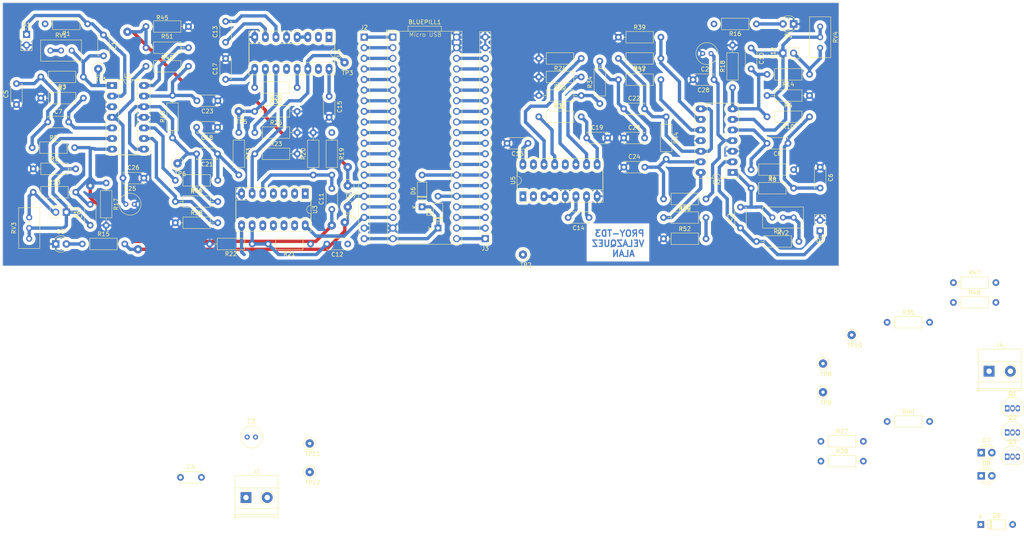
<source format=kicad_pcb>
(kicad_pcb (version 20221018) (generator pcbnew)
  (layers (0 "F.Cu" signal) (31 "B.Cu" signal) (34 "B.Paste" user) (35 "F.Paste" user) (36 "B.SilkS" user "B.Silkscreen") (37 "F.SilkS" user "F.Silkscreen") (38 "B.Mask" user) (39 "F.Mask" user) (44 "Edge.Cuts" user))
  (net 0 "")
  (net 1 "VBAT")
  (net 2 "PC13")
  (net 3 "PC14")
  (net 4 "PC15")
  (net 5 "NRST")
  (net 6 "ADC0")
  (net 7 "Gain control 2")
  (net 8 "ADC2")
  (net 9 "STM32 Input (RX2)")
  (net 10 "STM32 Output (TX1)")
  (net 11 "PA5")
  (net 12 "Motor control")
  (net 13 "PA7")
  (net 14 "PB0")
  (net 15 "PB1")
  (net 16 "PB10")
  (net 17 "PB11")
  (net 18 "PB12")
  (net 19 "PB13")
  (net 20 "PB14")
  (net 21 "PB15")
  (net 22 "PA8")
  (net 23 "PA9")
  (net 24 "PA10")
  (net 25 "PA11")
  (net 26 "PA12")
  (net 27 "PA15")
  (net 28 "PB3")
  (net 29 "PB4")
  (net 30 "Net-(D1-K)")
  (net 31 "Net-(C1-Pad2)")
  (net 32 "Net-(D2-K)")
  (net 33 "Net-(C2-Pad2)")
  (net 34 "+5V")
  (net 35 "GND")
  (net 36 "Net-(C5-Pad2)")
  (net 37 "Net-(C6-Pad2)")
  (net 38 "Net-(C11-Pad2)")
  (net 39 "Net-(C12-Pad2)")
  (net 40 "Net-(C18-Pad2)")
  (net 41 "Net-(C20-Pad2)")
  (net 42 "Demod 1")
  (net 43 "Demod 2")
  (net 44 "Net-(D3-A)")
  (net 45 "Net-(D4-A)")
  (net 46 "+3.3V")
  (net 47 "Net-(D7-K)")
  (net 48 "Net-(D7-A)")
  (net 49 "Net-(D8-K)")
  (net 50 "Net-(D8-A)")
  (net 51 "Net-(D9-K)")
  (net 52 "Net-(D9-A)")
  (net 53 "Net-(Q1-B)")
  (net 54 "Net-(Q2-B)")
  (net 55 "Net-(Q3-B)")
  (net 56 "Net-(R1-Pad2)")
  (net 57 "Net-(R2-Pad2)")
  (net 58 "Net-(R11-Pad2)")
  (net 59 "Net-(R12-Pad2)")
  (net 60 "Gain control 1")
  (net 61 "Modulated input 1")
  (net 62 "Modulated input 2")
  (net 63 "STM32 Output (TX2)")
  (net 64 "Net-(R49-Pad1)")
  (net 65 "STM32 Input (RX1)")
  (net 66 "Net-(R50-Pad1)")
  (net 67 "Net-(U1B-+)")
  (net 68 "Net-(U2B-+)")
  (net 69 "Net-(U1B--)")
  (net 70 "Net-(U2B--)")
  (net 71 "Net-(U1D--)")
  (net 72 "Net-(U2D--)")
  (net 73 "Net-(U1C-+)")
  (net 74 "Net-(U2C-+)")
  (net 75 "Net-(U1C--)")
  (net 76 "Net-(U2C--)")
  (net 77 "Net-(U4-C2)")
  (net 78 "Net-(U4-C1)")
  (net 79 "Net-(U5-C2)")
  (net 80 "Net-(U5-C1)")
  (net 81 "Net-(U4-VCOin)")
  (net 82 "Net-(U5-VCOin)")
  (net 83 "Net-(U4-R1)")
  (net 84 "Net-(U5-R1)")
  (net 85 "Net-(U4-PC2)")
  (net 86 "Net-(U4-SFout)")
  (net 87 "Net-(U5-PC2)")
  (net 88 "Net-(U5-SFout)")
  (net 91 "Net-(U4-FOUT)")
  (net 96 "Net-(U5-FOUT)")
  (net 99 "PB5")
  (net 100 "PB9")
  (footprint "Potentiometer_THT:Potentiometer_Bourns_3296W_Vertical" (layer "F.Cu") (at 218.266 82.642 180)
    (fp_text reference "RV2")
    (fp_text value "100k")
  )
  (footprint "Resistor_THT:R_Axial_DIN0207_L6.3mm_D2.5mm_P10.16mm_Horizontal" (layer "F.Cu") (at 214.456 88.357)
    (fp_text reference "R2")
    (fp_text value "470k")
  )
  (footprint "TestPoint:TestPoint_Loop_D1.80mm_Drill1.0mm_Beaded" (layer "F.Cu") (at 230.378 117.61)
    (fp_text reference "TP8")
    (fp_text value "TestPoint")
  )
  (footprint "LED_THT:LED_D3.0mm" (layer "F.Cu") (at 268.224 144.488)
    (fp_text reference "D8")
    (fp_text value "TX LED (white)")
  )
  (footprint "Resistor_THT:R_Axial_DIN0207_L6.3mm_D2.5mm_P10.16mm_Horizontal" (layer "F.Cu") (at 78.586 36.902 180)
    (fp_text reference "R51")
    (fp_text value "DNP")
  )
  (footprint "Resistor_THT:R_Axial_DIN0207_L6.3mm_D2.5mm_P10.16mm_Horizontal" (layer "F.Cu") (at 261.57 98.22)
    (fp_text reference "R47")
    (fp_text value "DNP")
  )
  (footprint "Capacitor_THT:C_Disc_D4.7mm_W2.5mm_P5.00mm" (layer "F.Cu") (at 182.706 56.607)
    (fp_text reference "C22")
    (fp_text value "2p")
  )
  (footprint "Resistor_THT:R_Axial_DIN0207_L6.3mm_D2.5mm_P10.16mm_Horizontal" (layer "F.Cu") (at 172.546 44.542 180)
    (fp_text reference "R24")
    (fp_text value "1M")
  )
  (footprint "Package_DIP:DIP-14_W7.62mm_Socket_LongPads" (layer "F.Cu") (at 208.741 71.847 180)
    (fp_text reference "U2")
    (fp_text value "LM324")
  )
  (footprint "Resistor_THT:R_Axial_DIN0207_L6.3mm_D2.5mm_P10.16mm_Horizontal" (layer "F.Cu") (at 245.72 131.47)
    (fp_text reference "R40")
    (fp_text value "1k")
  )
  (footprint "Resistor_THT:R_Axial_DIN0207_L6.3mm_D2.5mm_P10.16mm_Horizontal" (layer "F.Cu") (at 94.461 67.382)
    (fp_text reference "R23")
    (fp_text value "1M")
  )
  (footprint "LED_THT:LED_D3.0mm" (layer "F.Cu") (at 46.836 88.972)
    (fp_text reference "D3")
    (fp_text value "LED")
  )
  (footprint "Package_TO_SOT_THT:TO-92_Inline" (layer "F.Cu") (at 274.434 139.898)
    (fp_text reference "Q3")
    (fp_text value "BC546")
  )
  (footprint "TestPoint:TestPoint_Loop_D1.80mm_Drill1.0mm_Beaded" (layer "F.Cu") (at 116.686 75.002)
    (fp_text reference "TP7")
    (fp_text value "TestPoint")
  )
  (footprint "Resistor_THT:R_Axial_DIN0207_L6.3mm_D2.5mm_P10.16mm_Horizontal" (layer "F.Cu") (at 94.461 62.302)
    (fp_text reference "R25")
    (fp_text value "22k")
  )
  (footprint "Resistor_THT:R_Axial_DIN0207_L6.3mm_D2.5mm_P10.16mm_Horizontal" (layer "F.Cu") (at 202.391 78.197 180)
    (fp_text reference "R46")
    (fp_text value "DNP")
  )
  (footprint "Resistor_THT:R_Axial_DIN0207_L6.3mm_D2.5mm_P10.16mm_Horizontal" (layer "F.Cu") (at 107.796 88.972 180)
    (fp_text reference "R21")
    (fp_text value "1M")
  )
  (footprint "Resistor_THT:R_Axial_DIN0207_L6.3mm_D2.5mm_P10.16mm_Horizontal" (layer "F.Cu") (at 172.546 48.987 180)
    (fp_text reference "R26")
    (fp_text value "22k")
  )
  (footprint "Resistor_THT:R_Axial_DIN0207_L6.3mm_D2.5mm_P10.16mm_Horizontal" (layer "F.Cu") (at 227.156 53.432 180)
    (fp_text reference "R6")
    (fp_text value "1k")
  )
  (footprint "TerminalBlock_Phoenix:TerminalBlock_Phoenix_MKDS-1,5-2-5.08_1x02_P5.08mm_Horizontal" (layer "F.Cu") (at 270.114 119.438)
    (fp_text reference "J4")
    (fp_text value "Motor")
  )
  (footprint "Resistor_THT:R_Axial_DIN0207_L6.3mm_D2.5mm_P10.16mm_Horizontal" (layer "F.Cu") (at 41.201 65.905)
    (fp_text reference "R9")
    (fp_text value "1k")
  )
  (footprint "Capacitor_THT:C_Disc_D4.7mm_W2.5mm_P5.00mm" (layer "F.Cu") (at 204.296 49.622 180)
    (fp_text reference "C28")
    (fp_text value "2.2n")
  )
  (footprint "Capacitor_THT:C_Disc_D4.7mm_W2.5mm_P5.00mm" (layer "F.Cu") (at 173.856 63.592)
    (fp_text reference "C19")
    (fp_text value "100n")
  )
  (footprint "Resistor_THT:R_Axial_DIN0207_L6.3mm_D2.5mm_P10.16mm_Horizontal" (layer "F.Cu") (at 53.186 88.972)
    (fp_text reference "R15")
    (fp_text value "100")
  )
  (footprint "Resistor_THT:R_Axial_DIN0207_L6.3mm_D2.5mm_P10.16mm_Horizontal" (layer "F.Cu") (at 75.451 83.892)
    (fp_text reference "R38")
    (fp_text value "10k")
  )
  (footprint "Capacitor_THT:C_Disc_D4.7mm_W2.5mm_P5.00mm" (layer "F.Cu") (at 159.806 64.862 180)
    (fp_text reference "C16")
    (fp_text value "100n")
  )
  (footprint "TestPoint:TestPoint_Loop_D1.80mm_Drill1.0mm_Beaded" (layer "F.Cu") (at 116.686 80.082)
    (fp_text reference "TP4")
    (fp_text value "TestPoint")
  )
  (footprint "Capacitor_THT:C_Disc_D4.7mm_W2.5mm_P5.00mm" (layer "F.Cu") (at 182.746 70.577)
    (fp_text reference "C24")
    (fp_text value "100n")
  )
  (footprint "Resistor_THT:R_Axial_DIN0207_L6.3mm_D2.5mm_P10.16mm_Horizontal" (layer "F.Cu") (at 54.456 36.267 180)
    (fp_text reference "R1")
    (fp_text value "470k")
  )
  (footprint "Module:Electrosmith_Daisy_Seed" (layer "F.Cu") (at 127.481 39.442)
    (fp_text reference "BLUEPILL1")
    (fp_text value "~")
  )
  (footprint "Connector_PinHeader_2.54mm:PinHeader_1x02_P2.54mm_Vertical" (layer "F.Cu") (at 229.696 85.817 180)
    (fp_text reference "D2")
    (fp_text value "D_Photo")
  )
  (footprint "Capacitor_THT:C_Disc_D4.7mm_W2.5mm_P5.00mm" (layer "F.Cu") (at 62.916 73.197)
    (fp_text reference "C26")
    (fp_text value "2.2n")
  )
  (footprint "Resistor_THT:R_Axial_DIN0207_L6.3mm_D2.5mm_P10.16mm_Horizontal" (layer "F.Cu") (at 181.436 49.622)
    (fp_text reference "R37")
    (fp_text value "10k")
  )
  (footprint "Connector_PinHeader_2.54mm:PinHeader_1x02_P2.54mm_Vertical" (layer "F.Cu") (at 220.801 43.272 90)
    (fp_text reference "R12")
    (fp_text value "LDR")
  )
  (footprint "Resistor_THT:R_Axial_DIN0207_L6.3mm_D2.5mm_P10.16mm_Horizontal" (layer "F.Cu") (at 192.231 82.642)
    (fp_text reference "R50")
    (fp_text value "DNP")
  )
  (footprint "Package_DIP:DIP-16_W7.62mm_Socket_LongPads" (layer "F.Cu") (at 158.576 77.562 90)
    (fp_text reference "U5")
    (fp_text value "4046")
  )
  (footprint "Resistor_THT:R_Axial_DIN0207_L6.3mm_D2.5mm_P10.16mm_Horizontal" (layer "F.Cu") (at 53.44 48.967 180)
    (fp_text reference "R3")
    (fp_text value "47k")
  )
  (footprint "TestPoint:TestPoint_Loop_D1.80mm_Drill1.0mm_Beaded" (layer "F.Cu") (at 230.378 124.46)
    (fp_text reference "TP9")
    (fp_text value "TestPoint")
  )
  (footprint "Potentiometer_THT:Potentiometer_Bourns_3296W_Vertical" (layer "F.Cu") (at 40.486 82.622 90)
    (fp_text reference "RV3")
    (fp_text value "5k")
  )
  (footprint "TestPoint:TestPoint_Loop_D1.80mm_Drill1.0mm_Beaded" (layer "F.Cu") (at 56.996 47.062)
    (fp_text reference "TP1")
    (fp_text value "TestPoint")
  )
  (footprint "Resistor_THT:R_Axial_DIN0207_L6.3mm_D2.5mm_P10.16mm_Horizontal" (layer "F.Cu") (at 261.57 102.97)
    (fp_text reference "R48")
    (fp_text value "1k")
  )
  (footprint "Capacitor_THT:C_Radial_D5.0mm_H5.0mm_P2.00mm" (layer "F.Cu") (at 203.596 43.372 180)
    (fp_text reference "C27")
    (fp_text value "C_Polarized")
  )
  (footprint "Resistor_THT:R_Axial_DIN0207_L6.3mm_D2.5mm_P10.16mm_Horizontal" (layer "F.Cu") (at 93.826 88.972 180)
    (fp_text reference "R22")
    (fp_text value "1M")
  )
  (footprint "Diode_THT:D_DO-35_SOD27_P7.62mm_Horizontal" (layer "F.Cu") (at 138.276 85.162 90)
    (fp_text reference "D5")
    (fp_text value "D_Schottky")
  )
  (footprint "Capacitor_THT:C_Disc_D4.7mm_W2.5mm_P5.00mm" (layer "F.Cu") (at 116.686 88.972 180)
    (fp_text reference "C12")
    (fp_text value "1n")
  )
  (footprint "Resistor_THT:R_Axial_DIN0207_L6.3mm_D2.5mm_P10.16mm_Horizontal" (layer "F.Cu") (at 94.436 57.222)
    (fp_text reference "R30")
    (fp_text value "100k")
  )
  (footprint "TestPoint:TestPoint_Loop_D1.80mm_Drill1.0mm_Beaded" (layer "F.Cu") (at 107.589 143.582)
    (fp_text reference "TP12")
    (fp_text value "TestPoint")
  )
  (footprint "Resistor_THT:R_Axial_DIN0207_L6.3mm_D2.5mm_P10.16mm_Horizontal" (layer "F.Cu") (at 227.156 58.512 180)
    (fp_text reference "R10")
    (fp_text value "1k")
  )
  (footprint "Capacitor_THT:C_Disc_D4.7mm_W2.5mm_P5.00mm" (layer "F.Cu") (at 87.476 40.672 90)
    (fp_text reference "C13")
    (fp_text value "1n")
  )
  (footprint "Capacitor_THT:C_Disc_D4.7mm_W2.5mm_P5.00mm" (layer "F.Cu") (at 112.876 80.677 90)
    (fp_text reference "C11")
    (fp_text value "1n")
  )
  (footprint "Resistor_THT:R_Axial_DIN0207_L6.3mm_D2.5mm_P10.16mm_Horizontal" (layer "F.Cu") (at 214.456 36.287 180)
    (fp_text reference "R16")
    (fp_text value "100")
  )
  (footprint "Capacitor_THT:C_Disc_D4.7mm_W2.5mm_P5.00mm" (layer "F.Cu") (at 58.266 38.927 -90)
    (fp_text reference "C1")
    (fp_text value "1n")
  )
  (footprint "Resistor_THT:R_Axial_DIN0207_L6.3mm_D2.5mm_P10.16mm_Horizontal" (layer "F.Cu") (at 58.901 74.367 -90)
    (fp_text reference "R17")
    (fp_text value "1M")
  )
  (footprint "Resistor_THT:R_Axial_DIN0207_L6.3mm_D2.5mm_P10.16mm_Horizontal" (layer "F.Cu") (at 192.866 58.512 -90)
    (fp_text reference "R44")
    (fp_text value "1k")
  )
  (footprint "Package_TO_SOT_THT:TO-92_Inline" (layer "F.Cu") (at 274.434 134.108)
    (fp_text reference "Q2")
    (fp_text value "BC546")
  )
  (footprint "Capacitor_THT:C_Disc_D4.7mm_W2.5mm_P5.00mm" (layer "F.Cu") (at 213.186 42.042 -90)
    (fp_text reference "C10")
    (fp_text value "1n")
  )
  (footprint "Resistor_THT:R_Axial_DIN0207_L6.3mm_D2.5mm_P10.16mm_Horizontal" (layer "F.Cu") (at 68.426 46.427)
    (fp_text reference "R45")
    (fp_text value "DNP")
  )
  (footprint "TestPoint:TestPoint_Loop_D1.80mm_Drill1.0mm_Beaded" (layer "F.Cu") (at 158.596 91.512)
    (fp_text reference "TP2")
    (fp_text value "TestPoint")
  )
  (footprint "Resistor_THT:R_Axial_DIN0207_L6.3mm_D2.5mm_P10.16mm_Horizontal" (layer "F.Cu") (at 74.776 63.572 90)
    (fp_text reference "R43")
    (fp_text value "1k")
  )
  (footprint "Resistor_THT:R_Axial_DIN0207_L6.3mm_D2.5mm_P10.16mm_Horizontal" (layer "F.Cu") (at 43.28 54.047)
    (fp_text reference "R7")
    (fp_text value "1k")
  )
  (footprint "Capacitor_THT:C_Disc_D4.7mm_W2.5mm_P5.00mm" (layer "F.Cu") (at 85.531 61.032 180)
    (fp_text reference "C18")
    (fp_text value "2.2n")
  )
  (footprint "Resistor_THT:R_Axial_DIN0207_L6.3mm_D2.5mm_P10.16mm_Horizontal" (layer "F.Cu") (at 181.436 39.462)
    (fp_text reference "R39")
    (fp_text value "10k")
  )
  (footprint "LED_THT:LED_D3.0mm" (layer "F.Cu") (at 223.346 36.287 180)
    (fp_text reference "D4")
    (fp_text value "LED")
  )
  (footprint "Connector_PinHeader_2.54mm:PinHeader_1x20_P2.54mm_Vertical" (layer "F.Cu") (at 149.579 87.702 180)
    (fp_text reference "J3")
    (fp_text value "Conn_01x20_Socket")
  )
  (footprint "Resistor_THT:R_Axial_DIN0207_L6.3mm_D2.5mm_P10.16mm_Horizontal" (layer "F.Cu") (at 112.876 62.302 -90)
    (fp_text reference "R19")
    (fp_text value "1M")
  )
  (footprint "Resistor_THT:R_Axial_DIN0207_L6.3mm_D2.5mm_P10.16mm_Horizontal" (layer "F.Cu") (at 213.186 75.617)
    (fp_text reference "R4")
    (fp_text value "47k")
  )
  (footprint "Package_TO_SOT_THT:TO-92_Inline" (layer "F.Cu") (at 274.434 128.318)
    (fp_text reference "Q1")
    (fp_text value "BC546")
  )
  (footprint "Resistor_THT:R_Axial_DIN0207_L6.3mm_D2.5mm_P10.16mm_Horizontal" (layer "F.Cu") (at 191.596 44.542 180)
    (fp_text reference "R42")
    (fp_text value "10k")
  )
  (footprint "Resistor_THT:R_Axial_DIN0207_L6.3mm_D2.5mm_P10.16mm_Horizontal" (layer "F.Cu") (at 75.451 78.812)
    (fp_text reference "R41")
    (fp_text value "10k")
  )
  (footprint "Capacitor_THT:C_Radial_D5.0mm_H5.0mm_P2.00mm" (layer "F.Cu") (at 63.616 79.447)
    (fp_text reference "C25")
    (fp_text value "C_Polarized")
  )
  (footprint "Capacitor_THT:C_Disc_D4.7mm_W2.5mm_P5.00mm" (layer "F.Cu") (at 210.646 85.142 90)
    (fp_text reference "C2")
    (fp_text value "1n")
  )
  (footprint "Capacitor_THT:C_Disc_D4.7mm_W2.5mm_P5.00mm" (layer "F.Cu") (at 85.531 67.382 180)
    (fp_text reference "C21")
    (fp_text value "2p")
  )
  (footprint "Capacitor_THT:C_Disc_D4.7mm_W2.5mm_P5.00mm" (layer "F.Cu") (at 221.996 64.862 180)
    (fp_text reference "C8")
    (fp_text value "10n")
  )
  (footprint "Connector_PinHeader_2.54mm:PinHeader_1x20_P2.54mm_Vertical" (layer "F.Cu") (at 120.623 39.442)
    (fp_text reference "J2")
    (fp_text value "Conn_01x20_Socket")
  )
  (footprint "TestPoint:TestPoint_Loop_D1.80mm_Drill1.0mm_Beaded" (layer "F.Cu") (at 75.959 69.668)
    (fp_text reference "TP6")
    (fp_text value "TestPoint")
  )
  (footprint "Resistor_THT:R_Axial_DIN0207_L6.3mm_D2.5mm_P10.16mm_Horizontal" (layer "F.Cu") (at 162.386 58.512)
    (fp_text reference "R31")
    (fp_text value "1k")
  )
  (footprint "Capacitor_THT:C_Disc_D4.7mm_W2.5mm_P5.00mm" (layer "F.Cu") (at 44.931 59.762)
    (fp_text reference "C7")
    (fp_text value "10n")
  )
  (footprint "TestPoint:TestPoint_Loop_D1.80mm_Drill1.0mm_Beaded" (layer "F.Cu") (at 115.929 45.508)
    (fp_text reference "TP3")
    (fp_text value "TestPoint")
  )
  (footprint "Resistor_THT:R_Axial_DIN0207_L6.3mm_D2.5mm_P10.16mm_Horizontal" (layer "F.Cu") (at 85.611 73.732 180)
    (fp_text reference "R36")
    (fp_text value "10k")
  )
  (footprint "Resistor_THT:R_Axial_DIN0207_L6.3mm_D2.5mm_P10.16mm_Horizontal" (layer "F.Cu") (at 41.455 76.573)
    (fp_text reference "R13")
    (fp_text value "100")
  )
  (footprint "Diode_THT:D_DO-35_SOD27_P7.62mm_Horizontal" (layer "F.Cu") (at 268.124 156.138)
    (fp_text reference "D9")
    (fp_text value "1N4148")
  )
  (footprint "Capacitor_THT:C_Disc_D4.7mm_W2.5mm_P5.00mm" (layer "F.Cu") (at 229.696 70.577 -90)
    (fp_text reference "C6")
    (fp_text value "10n")
  )
  (footprint "Connector_PinHeader_2.54mm:PinHeader_1x02_P2.54mm_Vertical" (layer "F.Cu") (at 39.851 38.802)
    (fp_text reference "D1")
    (fp_text value "D_Photo")
  )
  (footprint "Capacitor_THT:C_Disc_D4.7mm_W2.5mm_P5.00mm" (layer "F.Cu") (at 76.681 144.852)
    (fp_text reference "C4")
    (fp_text value "2.2n")
  )
  (footprint "Resistor_THT:R_Axial_DIN0207_L6.3mm_D2.5mm_P10.16mm_Horizontal" (layer "F.Cu") (at 229.87 140.97)
    (fp_text reference "R28")
    (fp_text value "22k")
  )
  (footprint "Resistor_THT:R_Axial_DIN0207_L6.3mm_D2.5mm_P10.16mm_Horizontal" (layer "F.Cu") (at 245.72 107.72)
    (fp_text reference "R35")
    (fp_text value "270")
  )
  (footprint "Capacitor_THT:C_Disc_D4.7mm_W2.5mm_P5.00mm" (layer "F.Cu") (at 87.476 49.562 90)
    (fp_text reference "C17")
    (fp_text value "100n")
  )
  (footprint "Capacitor_THT:C_Disc_D4.7mm_W2.5mm_P5.00mm" (layer "F.Cu") (at 174.411 82.642 180)
    (fp_text reference "C14")
    (fp_text value "1n")
  )
  (footprint "TestPoint:TestPoint_Loop_D1.80mm_Drill1.0mm_Beaded" (layer "F.Cu") (at 90.626 57.202)
    (fp_text reference "TP5")
    (fp_text value "TestPoint")
  )
  (footprint "Potentiometer_THT:Potentiometer_Bourns_3296W_Vertical" (layer "F.Cu") (at 229.696 42.002 -90)
    (fp_text reference "RV4")
    (fp_text value "5k")
  )
  (footprint "Connector_PinHeader_2.54mm:PinHeader_1x02_P2.54mm_Vertical" (layer "F.Cu") (at 49.376 81.352 -90)
    (fp_text reference "R11")
    (fp_text value "LDR")
  )
  (footprint "Resistor_THT:R_Axial_DIN0207_L6.3mm_D2.5mm_P10.16mm_Horizontal" (layer "F.Cu") (at 104.586 51.507 180)
    (fp_text reference "R29")
    (fp_text value "1k")
  )
  (footprint "Capacitor_THT:C_Disc_D4.7mm_W2.5mm_P5.00mm" (layer "F.Cu") (at 37.438 55.571 90)
    (fp_text reference "C5")
    (fp_text value "10n")
  )
  (footprint "Capacitor_THT:C_Disc_D4.7mm_W2.5mm_P5.00mm" (layer "F.Cu") (at 85.611 54.682 180)
    (fp_text reference "C23")
    (fp_text value "100n")
  )
  (footprint "Resistor_THT:R_Axial_DIN0207_L6.3mm_D2.5mm_P10.16mm_Horizontal" (layer "F.Cu") (at 208.741 51.527 90)
    (fp_text reference "R18")
    (fp_text value "1M")
  )
  (footprint "Capacitor_THT:C_Radial_D5.0mm_H5.0mm_P2.00mm" (layer "F.Cu") (at 92.635 135.2)
    (fp_text reference "C3")
    (fp_text value "C_Polarized")
  )
  (footprint "Capacitor_THT:C_Disc_D4.7mm_W2.5mm_P5.00mm" (layer "F.Cu") (at 55.091 84.487 90)
    (fp_text reference "C9")
    (fp_text value "1n")
  )
  (footprint "TestPoint:TestPoint_Loop_D1.80mm_Drill1.0mm_Beaded" (layer "F.Cu") (at 107.589 136.732)
    (fp_text reference "TP11")
    (fp_text value "TestPoint")
  )
  (footprint "Resistor_THT:R_Axial_DIN0207_L6.3mm_D2.5mm_P10.16mm_Horizontal" (layer "F.Cu") (at 223.346 71.172 180)
    (fp_text reference "R8")
    (fp_text value "1k")
  )
  (footprint "Package_DIP:DIP-16_W7.62mm_Socket_LongPads" (layer "F.Cu") (at 112.216 39.422 -90)
    (fp_text reference "U4")
    (fp_text value "4046")
  )
  (footprint "Resistor_THT:R_Axial_DIN0207_L6.3mm_D2.5mm_P10.16mm_Horizontal" (layer "F.Cu") (at 90.626 62.282 -90)
    (fp_text reference "R33")
    (fp_text value "470k")
  )
  (footprint "TerminalBlock_Phoenix:TerminalBlock_Phoenix_MKDS-1,5-2-5.08_1x02_P5.08mm_Horizontal" (layer "F.Cu") (at 92.349 149.678)
    (fp_text reference "J1")
    (fp_text value "Input 5V")
  )
  (footprint "Resistor_THT:R_Axial_DIN0207_L6.3mm_D2.5mm_P10.16mm_Horizontal" (layer "F.Cu") (at 176.991 55.337 90)
    (fp_text reference "R34")
    (fp_text value "470k")
  )
  (footprint "Diode_THT:D_DO-35_SOD27_P7.62mm_Horizontal" (layer "F.Cu") (at 134.466 80.082 90)
    (fp_text reference "D6")
    (fp_text value "D_Schottky")
  )
  (footprint "Potentiometer_THT:Potentiometer_Bourns_3296W_Vertical" (layer "F.Cu") (at 50.646 42.657)
    (fp_text reference "RV1")
    (fp_text value "100k")
  )
  (footprint "Resistor_THT:R_Axial_DIN0207_L6.3mm_D2.5mm_P10.16mm_Horizontal" (layer "F.Cu") (at 192.231 87.722)
    (fp_text reference "R52")
    (fp_text value "DNP")
  )
  (footprint "Resistor_THT:R_Axial_DIN0207_L6.3mm_D2.5mm_P10.16mm_Horizontal" (layer "F.Cu") (at 41.455 70.985)
    (fp_text reference "R5")
    (fp_text value "1k")
  )
  (footprint "Capacitor_THT:C_Disc_D4.7mm_W2.5mm_P5.00mm" (layer "F.Cu") (at 182.706 63.592)
    (fp_text reference "C20")
    (fp_text value "2.2n")
  )
  (footprint "Resistor_THT:R_Axial_DIN0207_L6.3mm_D2.5mm_P10.16mm_Horizontal" (layer "F.Cu") (at 78.586 41.982 180)
    (fp_text reference "R49")
    (fp_text value "DNP")
  )
  (footprint "Resistor_THT:R_Axial_DIN0207_L6.3mm_D2.5mm_P10.16mm_Horizontal" (layer "F.Cu") (at 172.546 53.432 180)
    (fp_text reference "R32")
    (fp_text value "100k")
  )
  (footprint "Capacitor_THT:C_Disc_D4.7mm_W2.5mm_P5.00mm" (layer "F.Cu") (at 112.246 53.636 -90)
    (fp_text reference "C15")
    (fp_text value "100n")
  )
  (footprint "Package_DIP:DIP-14_W7.62mm_Socket_LongPads" (layer "F.Cu") (at 106.526 76.907 -90)
    (fp_text reference "U3")
    (fp_text value "40106")
  )
  (footprint "Resistor_THT:R_Axial_DIN0207_L6.3mm_D2.5mm_P10.16mm_Horizontal" (layer "F.Cu") (at 229.87 136.22)
    (fp_text reference "R27")
    (fp_text value "270")
  )
  (footprint "Resistor_THT:R_Axial_DIN0207_L6.3mm_D2.5mm_P10.16mm_Horizontal" (layer "F.Cu") (at 108.431 72.462 90)
    (fp_text reference "R20")
    (fp_text value "1M")
  )
  (footprint "Package_DIP:DIP-14_W7.62mm_Socket_LongPads" (layer "F.Cu") (at 60.312 51.025)
    (fp_text reference "U1")
    (fp_text value "LM324")
  )
  (footprint "Resistor_THT:R_Axial_DIN0207_L6.3mm_D2.5mm_P10.16mm_Horizontal" (layer "F.Cu") (at 227.156 48.352 180)
    (fp_text reference "R14")
    (fp_text value "100")
  )
  (footprint "LED_THT:LED_D3.0mm" (layer "F.Cu") (at 268.224 138.938)
    (fp_text reference "D7")
    (fp_text value "TX LED (white)")
  )
  (footprint "TestPoint:TestPoint_Loop_D1.80mm_Drill1.0mm_Beaded" (layer "F.Cu") (at 237.228 110.76)
    (fp_text reference "TP10")
    (fp_text value "TestPoint")
  )
  (gr_line (start 34.136 31.187) (end 34.136 94.187) (stroke (width 0.1)) (layer "Edge.Cuts"))
  (gr_line (start 234.136 31.187) (end 234.136 94.187) (stroke (width 0.1)) (layer "Edge.Cuts"))
  (gr_line (start 34.136 94.187) (end 234.136 94.187) (stroke (width 0.1)) (layer "Edge.Cuts"))
  (gr_line (start 34.136 31.187) (end 234.136 31.187) (stroke (width 0.1)) (layer "Edge.Cuts"))
  (gr_text "PROY-TD3\nVELAZQUEZ\n  ALAN" (at 187.806 92.147) (layer "B.Cu") (effects (font (size 1.5 1.5) (thickness 0.3) bold) (justify left bottom mirror)))
  (segment (start 142.721 87.702) (end 149.579 87.702) (width 0.8) (layer "B.Cu") (net 1))
  (segment (start 142.721 85.162) (end 149.579 85.162) (width 0.8) (layer "B.Cu") (net 2))
  (segment (start 142.721 82.622) (end 149.579 82.622) (width 0.8) (layer "B.Cu") (net 3))
  (segment (start 142.721 80.082) (end 149.579 80.082) (width 0.8) (layer "B.Cu") (net 4))
  (segment (start 142.721 47.062) (end 149.579 47.062) (width 0.8) (layer "B.Cu") (net 5))
  (segment (start 55.091 77.888572) (end 55.091 75.002) (width 0.8) (layer "F.Cu") (net 6))
  (segment (start 109.066 88.337) (end 65.539428 88.337) (width 0.8) (layer "F.Cu") (net 6))
  (segment (start 65.539428 88.337) (end 55.091 77.888572) (width 0.8) (layer "F.Cu") (net 6))
  (segment (start 112.876 84.527) (end 109.066 88.337) (width 0.8) (layer "F.Cu") (net 6))
  (via (at 55.091 75.002) (size 2) (drill 0.8) (layers "F.Cu" "B.Cu") (net 6))
  (via (at 112.876 84.527) (size 2) (drill 0.8) (layers "F.Cu" "B.Cu") (net 6))
  (segment (start 138.276 77.542) (end 142.721 77.542) (width 0.8) (layer "B.Cu") (net 6))
  (segment (start 55.091 79.487) (end 54.529 79.487) (width 0.8) (layer "B.Cu") (net 6))
  (segment (start 51.361 65.905) (end 54.884 65.905) (width 0.8) (layer "B.Cu") (net 6))
  (segment (start 54.529 79.487) (end 51.615 76.573) (width 0.8) (layer "B.Cu") (net 6))
  (segment (start 55.091 73.097) (end 55.091 66.112) (width 0.8) (layer "B.Cu") (net 6))
  (segment (start 56.208 66.265) (end 56.055 66.112) (width 0.8) (layer "B.Cu") (net 6))
  (segment (start 51.615 76.573) (end 55.091 73.097) (width 0.8) (layer "B.Cu") (net 6))
  (segment (start 54.884 65.905) (end 55.091 66.112) (width 0.8) (layer "B.Cu") (net 6))
  (segment (start 56.361 74.367) (end 55.091 73.097) (width 0.8) (layer "B.Cu") (net 6))
  (segment (start 56.208 66.265) (end 60.312 66.265) (width 0.8) (layer "B.Cu") (net 6))
  (segment (start 51.281 76.907) (end 51.615 76.573) (width 0.8) (layer "B.Cu") (net 6))
  (segment (start 112.876 80.677) (end 112.876 84.527) (width 0.8) (layer "B.Cu") (net 6))
  (segment (start 56.055 66.112) (end 55.091 66.112) (width 0.8) (layer "B.Cu") (net 6))
  (segment (start 55.091 75.002) (end 55.091 73.097) (width 0.8) (layer "B.Cu") (net 6))
  (segment (start 58.901 74.367) (end 56.361 74.367) (width 0.8) (layer "B.Cu") (net 6))
  (segment (start 142.721 77.542) (end 149.579 77.542) (width 0.8) (layer "B.Cu") (net 6))
  (segment (start 142.721 75.002) (end 149.579 75.002) (width 0.8) (layer "B.Cu") (net 7))
  (segment (start 215.091 48.352) (end 216.996 48.352) (width 0.8) (layer "B.Cu") (net 8))
  (segment (start 214.996 48.447) (end 215.091 48.352) (width 0.8) (layer "B.Cu") (net 8))
  (segment (start 215.091 56.607) (end 216.996 58.512) (width 0.8) (layer "B.Cu") (net 8))
  (segment (start 142.721 72.462) (end 149.579 72.462) (width 0.8) (layer "B.Cu") (net 8))
  (segment (start 215.091 56.607) (end 214.996 56.512) (width 0.8) (layer "B.Cu") (net 8))
  (segment (start 214.591 48.447) (end 214.996 48.447) (width 0.8) (layer "B.Cu") (net 8))
  (segment (start 208.741 56.607) (end 215.091 56.607) (width 0.8) (layer "B.Cu") (net 8))
  (segment (start 134.466 72.462) (end 142.721 72.462) (width 0.8) (layer "B.Cu") (net 8))
  (segment (start 213.186 47.042) (end 214.591 48.447) (width 0.8) (layer "B.Cu") (net 8))
  (segment (start 214.996 56.512) (end 214.996 48.447) (width 0.8) (layer "B.Cu") (net 8))
  (segment (start 208.741 51.527) (end 208.741 56.607) (width 0.8) (layer "B.Cu") (net 8))
  (segment (start 142.721 69.922) (end 149.579 69.922) (width 0.8) (layer "B.Cu") (net 9))
  (segment (start 202.391 82.642) (end 202.391 87.722) (width 0.8) (layer "B.Cu") (net 9))
  (segment (start 142.721 67.382) (end 149.579 67.382) (width 0.8) (layer "B.Cu") (net 10))
  (segment (start 120.623 72.462) (end 127.481 72.462) (width 0.8) (layer "B.Cu") (net 10))
  (segment (start 142.721 64.842) (end 149.579 64.842) (width 0.8) (layer "B.Cu") (net 11))
  (segment (start 142.721 62.302) (end 149.579 62.302) (width 0.8) (layer "B.Cu") (net 12))
  (segment (start 142.721 59.762) (end 149.579 59.762) (width 0.8) (layer "B.Cu") (net 13))
  (segment (start 142.721 57.222) (end 149.579 57.222) (width 0.8) (layer "B.Cu") (net 14))
  (segment (start 142.721 54.682) (end 149.579 54.682) (width 0.8) (layer "B.Cu") (net 15))
  (segment (start 142.721 52.142) (end 149.579 52.142) (width 0.8) (layer "B.Cu") (net 16))
  (segment (start 142.721 49.602) (end 149.579 49.602) (width 0.8) (layer "B.Cu") (net 17))
  (segment (start 120.623 39.442) (end 127.481 39.442) (width 0.8) (layer "B.Cu") (net 18))
  (segment (start 120.623 41.982) (end 127.481 41.982) (width 0.8) (layer "B.Cu") (net 19))
  (segment (start 120.623 44.522) (end 127.481 44.522) (width 0.8) (layer "B.Cu") (net 20))
  (segment (start 120.623 47.062) (end 127.481 47.062) (width 0.8) (layer "B.Cu") (net 21))
  (segment (start 120.623 49.602) (end 127.481 49.602) (width 0.8) (layer "B.Cu") (net 22))
  (segment (start 120.623 52.142) (end 127.481 52.142) (width 0.8) (layer "B.Cu") (net 23))
  (segment (start 120.623 54.682) (end 127.481 54.682) (width 0.8) (layer "B.Cu") (net 24))
  (segment (start 120.623 57.222) (end 127.481 57.222) (width 0.8) (layer "B.Cu") (net 25))
  (segment (start 120.623 59.762) (end 127.481 59.762) (width 0.8) (layer "B.Cu") (net 26))
  (segment (start 120.623 62.302) (end 127.481 62.302) (width 0.8) (layer "B.Cu") (net 27))
  (segment (start 120.623 64.842) (end 127.481 64.842) (width 0.8) (layer "B.Cu") (net 28))
  (segment (start 120.623 67.382) (end 127.481 67.382) (width 0.8) (layer "B.Cu") (net 29))
  (segment (start 52.456 34.267) (end 54.456 36.267) (width 0.8) (layer "B.Cu") (net 30))
  (segment (start 58.266 38.927) (end 61.996 42.657) (width 0.8) (layer "B.Cu") (net 30))
  (segment (start 39.851 36.267) (end 41.851 34.267) (width 0.8) (layer "B.Cu") (net 30))
  (segment (start 62.076 42.657) (end 63.346 43.927) (width 0.8) (layer "B.Cu") (net 30))
  (segment (start 62.598 53.565) (end 60.312 53.565) (width 0.8) (layer "B.Cu") (net 30))
  (segment (start 55.606 36.267) (end 58.266 38.927) (width 0.8) (layer "B.Cu") (net 30))
  (segment (start 63.346 52.817) (end 62.598 53.565) (width 0.8) (layer "B.Cu") (net 30))
  (segment (start 54.456 36.267) (end 55.606 36.267) (width 0.8) (layer "B.Cu") (net 30))
  (segment (start 63.346 43.927) (end 63.346 52.817) (width 0.8) (layer "B.Cu") (net 30))
  (segment (start 61.996 42.657) (end 62.076 42.657) (width 0.8) (layer "B.Cu") (net 30))
  (segment (start 39.851 38.802) (end 39.851 36.267) (width 0.8) (layer "B.Cu") (net 30))
  (segment (start 41.851 34.267) (end 52.456 34.267) (width 0.8) (layer "B.Cu") (net 30))
  (segment (start 53.44 48.967) (end 53.44 45.451) (width 0.8) (layer "B.Cu") (net 31))
  (segment (start 60.312 51.025) (end 56.996 51.025) (width 0.8) (layer "B.Cu") (net 31))
  (segment (start 53.44 45.451) (end 50.646 42.657) (width 0.8) (layer "B.Cu") (net 31))
  (segment (start 56.996 51.025) (end 55.498 51.025) (width 0.8) (layer "B.Cu") (net 31))
  (segment (start 58.266 43.927) (end 54.964 43.927) (width 0.8) (layer "B.Cu") (net 31))
  (segment (start 54.964 43.927) (end 53.44 45.451) (width 0.8) (layer "B.Cu") (net 31))
  (segment (start 56.996 47.062) (end 56.996 51.025) (width 0.8) (layer "B.Cu") (net 31))
  (segment (start 55.498 51.025) (end 53.44 48.967) (width 0.8) (layer "B.Cu") (net 31))
  (segment (start 229.696 85.817) (end 229.696 87.722) (width 0.8) (layer "B.Cu") (net 32))
  (segment (start 216.361 88.357) (end 214.456 88.357) (width 0.8) (layer "B.Cu") (net 32))
  (segment (start 206.881 69.307) (end 205.566 70.622) (width 0.8) (layer "B.Cu") (net 32))
  (segment (start 205.566 70.622) (end 205.566 76.292) (width 0.8) (layer "B.Cu") (net 32))
  (segment (start 207.471 78.197) (end 207.471 81.967) (width 0.8) (layer "B.Cu") (net 32))
  (segment (start 229.696 87.722) (end 225.886 91.532) (width 0.8) (layer "B.Cu") (net 32))
  (segment (start 225.886 91.532) (end 219.536 91.532) (width 0.8) (layer "B.Cu") (net 32))
  (segment (start 205.566 76.292) (end 207.471 78.197) (width 0.8) (layer "B.Cu") (net 32))
  (segment (start 213.861 88.357) (end 210.646 85.142) (width 0.8) (layer "B.Cu") (net 32))
  (segment (start 208.741 69.307) (end 206.881 69.307) (width 0.8) (layer "B.Cu") (net 32))
  (segment (start 207.471 81.967) (end 210.646 85.142) (width 0.8) (layer "B.Cu") (net 32))
  (segment (start 214.456 88.357) (end 213.861 88.357) (width 0.8) (layer "B.Cu") (net 32))
  (segment (start 219.536 91.532) (end 216.361 88.357) (width 0.8) (layer "B.Cu") (net 32))
  (segment (start 214.456 80.102) (end 215.726 80.102) (width 0.8) (layer "B.Cu") (net 33))
  (segment (start 209.416 71.847) (end 213.186 75.617) (width 0.8) (layer "B.Cu") (net 33))
  (segment (start 214.416 80.142) (end 214.456 80.102) (width 0.8) (layer "B.Cu") (net 33))
  (segment (start 214.416 80.142) (end 213.186 80.142) (width 0.8) (layer "B.Cu") (net 33))
  (segment (start 213.186 80.142) (end 210.646 80.142) (width 0.8) (layer "B.Cu") (net 33))
  (segment (start 215.726 80.102) (end 218.266 82.642) (width 0.8) (layer "B.Cu") (net 33))
  (segment (start 208.741 71.847) (end 209.416 71.847) (width 0.8) (layer "B.Cu") (net 33))
  (segment (start 213.186 75.617) (end 213.186 80.142) (width 0.8) (layer "B.Cu") (net 33))
  (segment (start 205.566 68.359258) (end 205.566 65.402) (width 0.8) (layer "B.Cu") (net 34))
  (segment (start 158.576 66.092) (end 158.576 69.942) (width 0.8) (layer "B.Cu") (net 34))
  (segment (start 203.966 76.622) (end 203.966 69.959258) (width 0.8) (layer "B.Cu") (net 34))
  (segment (start 62.712 60.356573) (end 62.712 60.397) (width 0.8) (layer "B.Cu") (net 34))
  (segment (start 61.482427 59.127) (end 62.712 60.356573) (width 0.8) (layer "B.Cu") (net 34))
  (segment (start 62.916 73.197) (end 62.916 78.747) (width 0.8) (layer "B.Cu") (net 34))
  (segment (start 120.623 82.622) (end 127.481 82.622) (width 0.8) (layer "B.Cu") (net 34))
  (segment (start 204.296 49.622) (end 204.296 44.072) (width 0.8) (layer "B.Cu") (net 34))
  (segment (start 68.426 46.427) (end 65.251 49.602) (width 0.8) (layer "B.Cu") (net 34))
  (segment (start 204.296 49.622) (end 205.261 50.587) (width 0.8) (layer "B.Cu") (net 34))
  (segment (start 106.526 84.527) (end 109.066 87.067) (width 0.8) (layer "B.Cu") (net 34))
  (segment (start 205.566 65.402) (end 206.741 64.227) (width 0.8) (layer "B.Cu") (net 34))
  (segment (start 60.832 58.645) (end 61.314 59.127) (width 0.8) (layer "B.Cu") (net 34))
  (segment (start 60.312 58.645) (end 60.832 58.645) (width 0.8) (layer "B.Cu") (net 34))
  (segment (start 115.818862 87.067) (end 120.263862 82.622) (width 0.8) (layer "B.Cu") (net 34))
  (segment (start 120.263862 82.622) (end 120.623 82.622) (width 0.8) (layer "B.Cu") (net 34))
  (segment (start 202.391 78.197) (end 203.966 76.622) (width 0.8) (layer "B.Cu") (net 34))
  (segment (start 159.806 64.862) (end 158.576 66.092) (width 0.8) (layer "B.Cu") (net 34))
  (segment (start 204.296 44.072) (end 203.596 43.372) (width 0.8) (layer "B.Cu") (net 34))
  (segment (start 61.000427 58.645) (end 60.312 58.645) (width 0.8) (layer "B.Cu") (net 34))
  (segment (start 62.916 60.601) (end 62.712 60.397) (width 0.8) (layer "B.Cu") (net 34))
  (segment (start 62.916 78.747) (end 63.616 79.447) (width 0.8) (layer "B.Cu") (net 34))
  (segment (start 65.251 54.394427) (end 61.000427 58.645) (width 0.8) (layer "B.Cu") (net 34))
  (segment (start 205.261 62.747) (end 206.741 64.227) (width 0.8) (layer "B.Cu") (net 34))
  (segment (start 206.741 64.227) (end 208.741 64.227) (width 0.8) (layer "B.Cu") (net 34))
  (segment (start 205.261 50.587) (end 205.261 62.747) (width 0.8) (layer "B.Cu") (net 34))
  (segment (start 203.966 69.959258) (end 205.566 68.359258) (width 0.8) (layer "B.Cu") (net 34))
  (segment (start 109.066 87.067) (end 115.818862 87.067) (width 0.8) (layer "B.Cu") (net 34))
  (segment (start 62.916 73.197) (end 62.916 60.601) (width 0.8) (layer "B.Cu") (net 34))
  (segment (start 112.216 47.042) (end 112.216 53.606) (width 0.8) (layer "B.Cu") (net 34))
  (segment (start 61.314 59.127) (end 61.482427 59.127) (width 0.8) (layer "B.Cu") (net 34))
  (segment (start 65.251 49.602) (end 65.251 54.394427) (width 0.8) (layer "B.Cu") (net 34))
  (segment (start 112.216 53.606) (end 112.246 53.636) (width 0.8) (layer "B.Cu") (net 34))
  (segment (start 142.721 41.982) (end 149.579 41.982) (width 0.8) (layer "B.Cu") (net 35))
  (segment (start 120.623 85.162) (end 127.481 85.162) (width 0.8) (layer "B.Cu") (net 35))
  (segment (start 142.721 39.442) (end 149.579 39.442) (width 0.8) (layer "B.Cu") (net 35))
  (segment (start 46.836 55.317) (end 46.836 52.523) (width 0.8) (layer "B.Cu") (net 36))
  (segment (start 41.201 65.905) (end 41.201 63.492) (width 0.8) (layer "B.Cu") (net 36))
  (segment (start 46.836 52.523) (end 43.28 48.967) (width 0.8) (layer "B.Cu") (net 36))
  (segment (start 41.201 63.492) (end 44.931 59.762) (width 0.8) (layer "B.Cu") (net 36))
  (segment (start 44.931 59.762) (end 44.931 57.222) (width 0.8) (layer "B.Cu") (net 36))
  (segment (start 37.438 50.571) (end 41.676 50.571) (width 0.8) (layer "B.Cu") (net 36))
  (segment (start 41.676 50.571) (end 43.28 48.967) (width 0.8) (layer "B.Cu") (net 36))
  (segment (start 44.931 57.222) (end 46.836 55.317) (width 0.8) (layer "B.Cu") (net 36))
  (segment (start 221.996 63.672) (end 227.156 58.512) (width 0.8) (layer "B.Cu") (net 37))
  (segment (start 223.386 75.577) (end 223.346 75.617) (width 0.8) (layer "B.Cu") (net 37))
  (segment (start 221.996 64.862) (end 221.996 63.672) (width 0.8) (layer "B.Cu") (net 37))
  (segment (start 229.696 75.577) (end 223.386 75.577) (width 0.8) (layer "B.Cu") (net 37))
  (segment (start 221.996 64.862) (end 221.1435 65.7145) (width 0.8) (layer "B.Cu") (net 37))
  (segment (start 221.1435 65.7145) (end 221.1435 73.4145) (width 0.8) (layer "B.Cu") (net 37))
  (segment (start 223.346 75.617) (end 221.1435 73.4145) (width 0.8) (layer "B.Cu") (net 37))
  (segment (start 108.431 72.462) (end 112.876 72.462) (width 0.8) (layer "B.Cu") (net 38))
  (segment (start 96.366 74.367) (end 98.271 72.462) (width 0.8) (layer "B.Cu") (net 38))
  (segment (start 112.876 75.677) (end 112.876 72.462) (width 0.8) (layer "B.Cu") (net 38))
  (segment (start 98.271 72.462) (end 108.431 72.462) (width 0.8) (layer "B.Cu") (net 38))
  (segment (start 96.366 76.907) (end 96.366 74.367) (width 0.8) (layer "B.Cu") (net 38))
  (segment (start 93.826 88.972) (end 97.636 88.972) (width 0.8) (layer "B.Cu") (net 39))
  (segment (start 109.146 91.512) (end 100.176 91.512) (width 0.8) (layer "B.Cu") (net 39))
  (segment (start 111.686 88.972) (end 109.146 91.512) (width 0.8) (layer "B.Cu") (net 39))
  (segment (start 100.176 91.512) (end 97.636 88.972) (width 0.8) (layer "B.Cu") (net 39))
  (segment (start 93.826 84.527) (end 93.826 88.972) (width 0.8) (layer "B.Cu") (net 39))
  (segment (start 85.566 67.382) (end 90.626 72.442) (width 0.8) (layer "B.Cu") (net 40))
  (segment (start 83.666 65.517) (end 85.531 67.382) (width 0.8) (layer "B.Cu") (net 40))
  (segment (start 85.611 73.732) (end 85.611 67.462) (width 0.8) (layer "B.Cu") (net 40))
  (segment (start 85.531 67.382) (end 85.566 67.382) (width 0.8) (layer "B.Cu") (net 40))
  (segment (start 80.531 61.032) (end 80.531 62.342) (width 0.8) (layer "B.Cu") (net 40))
  (segment (start 83.666 65.477) (end 83.666 65.517) (width 0.8) (layer "B.Cu") (net 40))
  (segment (start 85.611 67.462) (end 85.531 67.382) (width 0.8) (layer "B.Cu") (net 40))
  (segment (start 80.531 62.342) (end 83.666 65.477) (width 0.8) (layer "B.Cu") (net 40))
  (segment (start 179.531 49.622) (end 176.991 47.082) (width 0.8) (layer "B.Cu") (net 41))
  (segment (start 176.991 47.082) (end 176.991 45.177) (width 0.8) (layer "B.Cu") (net 41))
  (segment (start 187.706 63.592) (end 187.706 61.607) (width 0.8) (layer "B.Cu") (net 41))
  (segment (start 181.436 49.622) (end 179.531 49.622) (width 0.8) (layer "B.Cu") (net 41))
  (segment (start 181.436 55.337) (end 182.706 56.607) (width 0.8) (layer "B.Cu") (net 41))
  (segment (start 187.706 61.607) (end 182.706 56.607) (width 0.8) (layer "B.Cu") (net 41))
  (segment (start 181.436 49.622) (end 181.436 55.337) (width 0.8) (layer "B.Cu") (net 41))
  (segment (start 65.912 66.265) (end 67.932 66.265) (width 0.8) (layer "B.Cu") (net 42))
  (segment (start 78.245 67.382) (end 78.586 67.382) (width 0.8) (layer "B.Cu") (net 42))
  (segment (start 85.611 78.812) (end 84.341 78.812) (width 0.8) (layer "B.Cu") (net 42))
  (segment (start 78.586 67.382) (end 74.776 63.572) (width 0.8) (layer "B.Cu") (net 42))
  (segment (start 75.959 69.668) (end 78.245 67.382) (width 0.8) (layer "B.Cu") (net 42))
  (segment (start 80.531 75.002) (end 80.531 67.382) (width 0.8) (layer "B.Cu") (net 42))
  (segment (start 71.754 56.105) (end 67.932 56.105) (width 0.8) (layer "B.Cu") (net 42))
  (segment (start 64.516 64.869) (end 65.912 66.265) (width 0.8) (layer "B.Cu") (net 42))
  (segment (start 67.932 56.105) (end 65.932 56.105) (width 0.8) (layer "B.Cu") (net 42))
  (segment (start 84.341 78.812) (end 80.531 75.002) (width 0.8) (layer "B.Cu") (net 42))
  (segment (start 80.531 67.382) (end 78.586 67.382) (width 0.8) (layer "B.Cu") (net 42))
  (segment (start 64.516 57.521) (end 64.516 64.869) (width 0.8) (layer "B.Cu") (net 42))
  (segment (start 74.776 63.572) (end 74.776 59.127) (width 0.8) (layer "B.Cu") (net 42))
  (segment (start 74.776 59.127) (end 71.754 56.105) (width 0.8) (layer "B.Cu") (net 42))
  (segment (start 65.932 56.105) (end 64.516 57.521) (width 0.8) (layer "B.Cu") (net 42))
  (segment (start 187.706 56.607) (end 187.706 50.812) (width 0.8) (layer "B.Cu") (net 43))
  (segment (start 189.611 58.512) (end 187.706 56.607) (width 0.8) (layer "B.Cu") (net 43))
  (segment (start 192.866 58.512) (end 189.611 58.512) (width 0.8) (layer "B.Cu") (net 43))
  (segment (start 187.706 50.812) (end 181.436 44.542) (width 0.8) (layer "B.Cu") (net 43))
  (segment (start 192.866 62.957) (end 192.866 58.512) (width 0.8) (layer "B.Cu") (net 43))
  (segment (start 201.121 66.767) (end 203.026 66.767) (width 0.8) (layer "B.Cu") (net 43))
  (segment (start 201.121 66.767) (end 196.676 66.767) (width 0.8) (layer "B.Cu") (net 43))
  (segment (start 203.026 66.767) (end 203.661 66.132) (width 0.8) (layer "B.Cu") (net 43))
  (segment (start 203.121 56.607) (end 201.121 56.607) (width 0.8) (layer "B.Cu") (net 43))
  (segment (start 203.661 66.132) (end 203.661 57.147) (width 0.8) (layer "B.Cu") (net 43))
  (segment (start 196.676 66.767) (end 192.866 62.957) (width 0.8) (layer "B.Cu") (net 43))
  (segment (start 203.661 57.147) (end 203.121 56.607) (width 0.8) (layer "B.Cu") (net 43))
  (segment (start 49.376 88.972) (end 53.186 88.972) (width 0.8) (layer "B.Cu") (net 44))
  (segment (start 220.806 36.287) (end 214.456 36.287) (width 0.8) (layer "B.Cu") (net 45))
  (segment (start 127.481 87.702) (end 135.736 87.702) (width 0.8) (layer "B.Cu") (net 46))
  (segment (start 142.721 44.522) (end 149.579 44.522) (width 0.8) (layer "B.Cu") (net 46))
  (segment (start 138.276 81.987) (end 138.276 85.162) (width 0.8) (layer "B.Cu") (net 46))
  (segment (start 136.371 80.082) (end 138.276 81.987) (width 0.8) (layer "B.Cu") (net 46))
  (segment (start 135.736 87.702) (end 138.276 85.162) (width 0.8) (layer "B.Cu") (net 46))
  (segment (start 134.466 80.082) (end 136.371 80.082) (width 0.8) (layer "B.Cu") (net 46))
  (segment (start 120.623 87.702) (end 127.481 87.702) (width 0.8) (layer "B.Cu") (net 46))
  (segment (start 45.566 42.657) (end 48.106 42.657) (width 0.8) (layer "B.Cu") (net 56))
  (segment (start 224.616 88.357) (end 224.616 83.912) (width 0.8) (layer "B.Cu") (net 57))
  (segment (start 224.616 83.912) (end 223.346 82.642) (width 0.8) (layer "B.Cu") (net 57))
  (segment (start 223.346 82.642) (end 220.806 82.642) (width 0.8) (layer "B.Cu") (net 57))
  (segment (start 46.836 81.352) (end 46.234 81.352) (width 0.8) (layer "B.Cu") (net 58))
  (segment (start 40.486 82.622) (end 40.486 77.542) (width 0.8) (layer "B.Cu") (net 58))
  (segment (start 46.234 81.352) (end 41.455 76.573) (width 0.8) (layer "B.Cu") (net 58))
  (segment (start 40.486 77.542) (end 41.455 76.573) (width 0.8) (layer "B.Cu") (net 58))
  (segment (start 229.696 42.002) (end 229.696 44.547) (width 0.8) (layer "B.Cu") (net 59))
  (segment (start 229.696 44.547) (end 227.156 47.087) (width 0.8) (layer "B.Cu") (net 59))
  (segment (start 227.156 48.352) (end 227.156 47.087) (width 0.8) (layer "B.Cu") (net 59))
  (segment (start 227.156 47.087) (end 223.341 43.272) (width 0.8) (layer "B.Cu") (net 59))
  (segment (start 66.521 90.242) (end 111.606 90.242) (width 0.8) (layer "F.Cu") (net 60))
  (segment (start 115.987417 85.860583) (end 115.987417 83.787175) (width 0.8) (layer "F.Cu") (net 60))
  (segment (start 111.606 90.242) (end 115.987417 85.860583) (width 0.8) (layer "F.Cu") (net 60))
  (via (at 115.987417 83.787175) (size 2) (drill 0.8) (layers "F.Cu" "B.Cu") (net 60))
  (via (at 66.521 90.242) (size 2) (drill 0.8) (layers "F.Cu" "B.Cu") (net 60))
  (segment (start 120.623 77.542) (end 127.481 77.542) (width 0.8) (layer "B.Cu") (net 60))
  (segment (start 64.616 90.242) (end 63.346 88.972) (width 0.8) (layer "B.Cu") (net 60))
  (segment (start 116.686 83.088592) (end 115.987417 83.787175) (width 0.8) (layer "B.Cu") (net 60))
  (segment (start 116.686 79.447) (end 118.591 77.542) (width 0.8) (layer "B.Cu") (net 60))
  (segment (start 116.686 81.987) (end 116.686 79.447) (width 0.8) (layer "B.Cu") (net 60))
  (segment (start 116.686 81.987) (end 116.686 83.088592) (width 0.8) (layer "B.Cu") (net 60))
  (segment (start 118.591 77.542) (end 120.623 77.542) (width 0.8) (layer "B.Cu") (net 60))
  (segment (start 66.521 90.242) (end 64.616 90.242) (width 0.8) (layer "B.Cu") (net 60))
  (segment (start 100.811 61.032) (end 100.811 56.587) (width 0.8) (layer "B.Cu") (net 61))
  (segment (start 94.461 67.382) (end 100.811 61.032) (width 0.8) (layer "B.Cu") (net 61))
  (segment (start 107.136 52.802) (end 107.136 47.042) (width 0.8) (layer "B.Cu") (net 61))
  (segment (start 102.716 54.682) (end 105.256 54.682) (width 0.8) (layer "B.Cu") (net 61))
  (segment (start 93.826 68.017) (end 93.826 76.907) (width 0.8) (layer "B.Cu") (net 61))
  (segment (start 108.406 43.867) (end 107.136 45.137) (width 0.8) (layer "B.Cu") (net 61))
  (segment (start 107.136 45.137) (end 107.136 47.042) (width 0.8) (layer "B.Cu") (net 61))
  (segment (start 100.811 56.587) (end 102.716 54.682) (width 0.8) (layer "B.Cu") (net 61))
  (segment (start 94.461 67.382) (end 93.826 68.017) (width 0.8) (layer "B.Cu") (net 61))
  (segment (start 114.288 43.867) (end 108.406 43.867) (width 0.8) (layer "B.Cu") (net 61))
  (segment (start 115.929 45.508) (end 114.288 43.867) (width 0.8) (layer "B.Cu") (net 61))
  (segment (start 105.256 54.682) (end 107.136 52.802) (width 0.8) (layer "B.Cu") (net 61))
  (segment (start 159.211 57.242) (end 159.211 59.782) (width 0.8) (layer "B.Cu") (net 62))
  (segment (start 91.286 90.877) (end 91.921 91.512) (width 0.8) (layer "B.Cu") (net 62))
  (segment (start 164.291 55.972) (end 160.481 55.972) (width 0.8) (layer "B.Cu") (net 62))
  (segment (start 159.211 59.782) (end 163.656 64.227) (width 0.8) (layer "B.Cu") (net 62))
  (segment (start 165.561 54.702) (end 164.291 55.972) (width 0.8) (layer "B.Cu") (net 62))
  (segment (start 163.656 64.227) (end 163.656 69.942) (width 0.8) (layer "B.Cu") (net 62))
  (segment (start 160.481 55.972) (end 159.211 57.242) (width 0.8) (layer "B.Cu") (net 62))
  (segment (start 91.286 84.527) (end 91.286 90.877) (width 0.8) (layer "B.Cu") (net 62))
  (segment (start 165.561 51.527) (end 165.561 54.702) (width 0.8) (layer "B.Cu") (net 62))
  (segment (start 172.546 44.542) (end 165.561 51.527) (width 0.8) (layer "B.Cu") (net 62))
  (segment (start 76.046 41.982) (end 71.601 46.427) (width 0.8) (layer "B.Cu") (net 64))
  (segment (start 71.601 49.602) (end 70.178 51.025) (width 0.8) (layer "B.Cu") (net 64))
  (segment (start 78.586 41.982) (end 76.046 41.982) (width 0.8) (layer "B.Cu") (net 64))
  (segment (start 71.601 46.427) (end 71.601 49.602) (width 0.8) (layer "B.Cu") (net 64))
  (segment (start 70.178 51.025) (end 67.932 51.025) (width 0.8) (layer "B.Cu") (net 64))
  (segment (start 76.046 48.967) (end 65.251 38.172) (width 0.8) (layer "F.Cu") (net 65))
  (segment (start 65.251 38.172) (end 63.981 38.172) (width 0.8) (layer "F.Cu") (net 65))
  (segment (start 91.604428 51.562) (end 78.641 51.562) (width 0.8) (layer "F.Cu") (net 65))
  (segment (start 102.811 64.302) (end 97.001 58.492) (width 0.8) (layer "F.Cu") (net 65))
  (segment (start 97.001 56.958572) (end 91.604428 51.562) (width 0.8) (layer "F.Cu") (net 65))
  (segment (start 78.641 51.562) (end 76.046 48.967) (width 0.8) (layer "F.Cu") (net 65))
  (segment (start 116.686 70.557) (end 110.431 64.302) (width 0.8) (layer "F.Cu") (net 65))
  (segment (start 110.431 64.302) (end 102.811 64.302) (width 0.8) (layer "F.Cu") (net 65))
  (segment (start 97.001 58.492) (end 97.001 56.958572) (width 0.8) (layer "F.Cu") (net 65))
  (via (at 116.686 70.557) (size 2) (drill 0.8) (layers "F.Cu" "B.Cu") (net 65))
  (via (at 63.981 38.172) (size 2) (drill 0.8) (layers "F.Cu" "B.Cu") (net 65))
  (segment (start 120.623 75.002) (end 127.481 75.002) (width 0.8) (layer "B.Cu") (net 65))
  (segment (start 116.686 75.002) (end 120.623 75.002) (width 0.8) (layer "B.Cu") (net 65))
  (segment (start 116.686 75.002) (end 116.686 70.557) (width 0.8) (layer "B.Cu") (net 65))
  (segment (start 67.156 38.172) (end 68.426 36.902) (width 0.8) (layer "B.Cu") (net 65))
  (segment (start 63.981 38.172) (end 67.156 38.172) (width 0.8) (layer "B.Cu") (net 65))
  (segment (start 68.426 41.982) (end 68.426 36.902) (width 0.8) (layer "B.Cu") (net 65))
  (segment (start 201.121 75.657) (end 201.121 71.847) (width 0.8) (layer "B.Cu") (net 66))
  (segment (start 194.136 82.642) (end 201.121 75.657) (width 0.8) (layer "B.Cu") (net 66))
  (segment (start 192.231 82.642) (end 194.136 82.642) (width 0.8) (layer "B.Cu") (net 66))
  (segment (start 49.931 57.556) (end 53.44 54.047) (width 0.8) (layer "B.Cu") (net 67))
  (segment (start 51.354 61.185) (end 49.931 59.762) (width 0.8) (layer "B.Cu") (net 67))
  (segment (start 60.298 61.199) (end 60.312 61.185) (width 0.8) (layer "B.Cu") (net 67))
  (segment (start 49.931 59.762) (end 49.931 57.556) (width 0.8) (layer "B.Cu") (net 67))
  (segment (start 60.312 61.185) (end 51.354 61.185) (width 0.8) (layer "B.Cu") (net 67))
  (segment (start 213.821 61.687) (end 208.741 61.687) (width 0.8) (layer "B.Cu") (net 68))
  (segment (start 213.186 68.672) (end 216.996 64.862) (width 0.8) (layer "B.Cu") (net 68))
  (segment (start 216.996 64.862) (end 213.821 61.687) (width 0.8) (layer "B.Cu") (net 68))
  (segment (start 213.186 71.172) (end 213.186 68.672) (width 0.8) (layer "B.Cu") (net 68))
  (segment (start 48.534 70.985) (end 51.615 70.985) (width 0.8) (layer "B.Cu") (net 69))
  (segment (start 46.281 65.397) (end 46.281 68.732) (width 0.8) (layer "B.Cu") (net 69))
  (segment (start 49.376 80.082) (end 49.376 81.352) (width 0.8) (layer "B.Cu") (net 69))
  (segment (start 46.201 73.318) (end 46.201 76.907) (width 0.8) (layer "B.Cu") (net 69))
  (segment (start 46.201 76.907) (end 49.376 80.082) (width 0.8) (layer "B.Cu") (net 69))
  (segment (start 47.953 63.725) (end 46.281 65.397) (width 0.8) (layer "B.Cu") (net 69))
  (segment (start 48.741 85.162) (end 49.376 84.527) (width 0.8) (layer "B.Cu") (net 69))
  (segment (start 40.486 85.162) (end 48.741 85.162) (width 0.8) (layer "B.Cu") (net 69))
  (segment (start 48.534 70.985) (end 46.201 73.318) (width 0.8) (layer "B.Cu") (net 69))
  (segment (start 49.376 81.352) (end 51.956 81.352) (width 0.8) (layer "B.Cu") (net 69))
  (segment (start 49.376 84.527) (end 49.376 81.352) (width 0.8) (layer "B.Cu") (net 69))
  (segment (start 40.486 85.162) (end 40.486 87.702) (width 0.8) (layer "B.Cu") (net 69))
  (segment (start 60.312 63.725) (end 47.953 63.725) (width 0.8) (layer "B.Cu") (net 69))
  (segment (start 46.281 68.732) (end 48.534 70.985) (width 0.8) (layer "B.Cu") (net 69))
  (segment (start 51.956 81.352) (end 55.091 84.487) (width 0.8) (layer "B.Cu") (net 69))
  (segment (start 218.901 53.432) (end 216.996 53.432) (width 0.8) (layer "B.Cu") (net 70))
  (segment (start 216.361 61.687) (end 218.901 61.687) (width 0.8) (layer "B.Cu") (net 70))
  (segment (start 222.711 39.462) (end 229.696 39.462) (width 0.8) (layer "B.Cu") (net 70))
  (segment (start 220.761 42.042) (end 220.801 42.002) (width 0.8) (layer "B.Cu") (net 70))
  (segment (start 221.441 59.147) (end 221.441 55.972) (width 0.8) (layer "B.Cu") (net 70))
  (segment (start 220.801 43.272) (end 220.801 42.002) (width 0.8) (layer "B.Cu") (net 70))
  (segment (start 218.901 61.687) (end 221.441 59.147) (width 0.8) (layer "B.Cu") (net 70))
  (segment (start 208.741 59.147) (end 213.821 59.147) (width 0.8) (layer "B.Cu") (net 70))
  (segment (start 220.801 43.272) (end 220.801 51.532) (width 0.8) (layer "B.Cu") (net 70))
  (segment (start 220.801 41.372) (end 222.711 39.462) (width 0.8) (layer "B.Cu") (net 70))
  (segment (start 229.696 36.922) (end 229.696 39.462) (width 0.8) (layer "B.Cu") (net 70))
  (segment (start 213.821 59.147) (end 216.361 61.687) (width 0.8) (layer "B.Cu") (net 70))
  (segment (start 214.416 43.272) (end 213.186 42.042) (width 0.8) (layer "B.Cu") (net 70))
  (segment (start 220.801 42.002) (end 220.801 41.372) (width 0.8) (layer "B.Cu") (net 70))
  (segment (start 220.801 51.532) (end 218.901 53.432) (width 0.8) (layer "B.Cu") (net 70))
  (segment (start 220.801 43.272) (end 214.416 43.272) (width 0.8) (layer "B.Cu") (net 70))
  (segment (start 221.441 55.972) (end 218.901 53.432) (width 0.8) (layer "B.Cu") (net 70))
  (segment (start 74.776 53.412) (end 79.341 53.412) (width 0.8) (layer "B.Cu") (net 71))
  (segment (start 79.341 53.412) (end 80.611 54.682) (width 0.8) (layer "B.Cu") (net 71))
  (segment (start 67.932 53.565) (end 74.623 53.565) (width 0.8) (layer "B.Cu") (net 71))
  (segment (start 74.776 50.237) (end 78.586 46.427) (width 0.8) (layer "B.Cu") (net 71))
  (segment (start 74.776 53.412) (end 74.776 50.237) (width 0.8) (layer "B.Cu") (net 71))
  (segment (start 74.623 53.565) (end 74.776 53.412) (width 0.8) (layer "B.Cu") (net 71))
  (segment (start 193.501 69.307) (end 192.866 68.672) (width 0.8) (layer "B.Cu") (net 72))
  (segment (start 187.746 70.577) (end 190.961 70.577) (width 0.8) (layer "B.Cu") (net 72))
  (segment (start 201.121 69.307) (end 193.501 69.307) (width 0.8) (layer "B.Cu") (net 72))
  (segment (start 190.961 70.577) (end 192.866 68.672) (width 0.8) (layer "B.Cu") (net 72))
  (segment (start 192.231 71.847) (end 190.961 70.577) (width 0.8) (layer "B.Cu") (net 72))
  (segment (start 192.231 78.197) (end 192.231 71.847) (width 0.8) (layer "B.Cu") (net 72))
  (segment (start 75.451 73.732) (end 72.505 70.786) (width 0.8) (layer "B.Cu") (net 73))
  (segment (start 72.505 70.786) (end 72.505 63.206) (width 0.8) (layer "B.Cu") (net 73))
  (segment (start 72.505 63.206) (end 70.484 61.185) (width 0.8) (layer "B.Cu") (net 73))
  (segment (start 70.484 61.185) (end 67.932 61.185) (width 0.8) (layer "B.Cu") (net 73))
  (segment (start 191.596 54.413572) (end 198.869428 61.687) (width 0.8) (layer "B.Cu") (net 74))
  (segment (start 198.869428 61.687) (end 201.121 61.687) (width 0.8) (layer "B.Cu") (net 74))
  (segment (start 191.596 49.622) (end 191.596 54.413572) (width 0.8) (layer "B.Cu") (net 74))
  (segment (start 75.451 77.542) (end 70.905 72.996) (width 0.8) (layer "B.Cu") (net 75))
  (segment (start 84.341 83.892) (end 85.611 83.892) (width 0.8) (layer "B.Cu") (net 75))
  (segment (start 79.261 78.812) (end 84.341 83.892) (width 0.8) (layer "B.Cu") (net 75))
  (segment (start 75.451 78.812) (end 79.261 78.812) (width 0.8) (layer "B.Cu") (net 75))
  (segment (start 70.905 64.698) (end 69.932 63.725) (width 0.8) (layer "B.Cu") (net 75))
  (segment (start 75.451 78.812) (end 75.451 77.542) (width 0.8) (layer "B.Cu") (net 75))
  (segment (start 70.905 72.996) (end 70.905 64.698) (width 0.8) (layer "B.Cu") (net 75))
  (segment (start 69.932 63.725) (end 67.932 63.725) (width 0.8) (layer "B.Cu") (net 75))
  (segment (start 196.041 54.755427) (end 200.432573 59.147) (width 0.8) (layer "B.Cu") (net 76))
  (segment (start 191.596 45.67337) (end 196.041 50.11837) (width 0.8) (layer "B.Cu") (net 76))
  (segment (start 191.596 44.542) (end 191.596 45.67337) (width 0.8) (layer "B.Cu") (net 76))
  (segment (start 196.041 50.11837) (end 196.041 54.755427) (width 0.8) (layer "B.Cu") (net 76))
  (segment (start 200.432573 59.147) (end 201.121 59.147) (width 0.8) (layer "B.Cu") (net 76))
  (segment (start 191.596 44.542) (end 191.596 39.462) (width 0.8) (layer "B.Cu") (net 76))
  (segment (start 87.476 40.672) (end 91.881 36.267) (width 0.8) (layer "B.Cu") (net 77))
  (segment (start 95.821 36.267) (end 96.976 37.422) (width 0.8) (layer "B.Cu") (net 77))
  (segment (start 91.881 36.267) (end 95.821 36.267) (width 0.8) (layer "B.Cu") (net 77))
  (segment (start 96.976 37.422) (end 96.976 39.422) (width 0.8) (layer "B.Cu") (net 77))
  (segment (start 89.976 35.672) (end 91.286 34.362) (width 0.8) (layer "B.Cu") (net 78))
  (segment (start 99.516 36.877) (end 99.516 39.422) (width 0.8) (layer "B.Cu") (net 78))
  (segment (start 91.286 34.362) (end 97.001 34.362) (width 0.8) (layer "B.Cu") (net 78))
  (segment (start 97.001 34.362) (end 99.516 36.877) (width 0.8) (layer "B.Cu") (net 78))
  (segment (start 87.476 35.672) (end 89.976 35.672) (width 0.8) (layer "B.Cu") (net 78))
  (segment (start 173.816 77.562) (end 173.816 82.047) (width 0.8) (layer "B.Cu") (net 79))
  (segment (start 173.816 82.047) (end 174.411 82.642) (width 0.8) (layer "B.Cu") (net 79))
  (segment (start 171.276 77.562) (end 171.276 80.777) (width 0.8) (layer "B.Cu") (net 80))
  (segment (start 171.276 80.777) (end 169.411 82.642) (width 0.8) (layer "B.Cu") (net 80))
  (segment (start 94.436 47.042) (end 94.436 51.497) (width 0.8) (layer "B.Cu") (net 81))
  (segment (start 87.476 49.562) (end 91.916 49.562) (width 0.8) (layer "B.Cu") (net 81))
  (segment (start 91.916 49.562) (end 94.436 47.042) (width 0.8) (layer "B.Cu") (net 81))
  (segment (start 94.436 51.497) (end 94.426 51.507) (width 0.8) (layer "B.Cu") (net 81))
  (segment (start 173.856 59.822) (end 172.546 58.512) (width 0.8) (layer "B.Cu") (net 82))
  (segment (start 173.856 63.592) (end 173.856 59.822) (width 0.8) (layer "B.Cu") (net 82))
  (segment (start 176.356 66.092) (end 173.856 63.592) (width 0.8) (layer "B.Cu") (net 82))
  (segment (start 176.356 69.942) (end 176.356 66.092) (width 0.8) (layer "B.Cu") (net 82))
  (segment (start 99.516 55.619258) (end 99.516 47.042) (width 0.8) (layer "B.Cu") (net 83))
  (segment (start 94.461 60.674258) (end 99.516 55.619258) (width 0.8) (layer "B.Cu") (net 83))
  (segment (start 94.461 62.302) (end 94.461 60.674258) (width 0.8) (layer "B.Cu") (net 83))
  (segment (start 171.276 48.987) (end 172.546 48.987) (width 0.8) (layer "B.Cu") (net 84))
  (segment (start 167.466 64.862) (end 167.466 52.797) (width 0.8) (layer "B.Cu") (net 84))
  (segment (start 171.276 69.942) (end 171.276 68.672) (width 0.8) (layer "B.Cu") (net 84))
  (segment (start 167.466 52.797) (end 171.276 48.987) (width 0.8) (layer "B.Cu") (net 84))
  (segment (start 171.276 68.672) (end 167.466 64.862) (width 0.8) (layer "B.Cu") (net 84))
  (segment (start 104.596 47.042) (end 104.596 51.497) (width 0.8) (layer "B.Cu") (net 85))
  (segment (start 104.596 51.497) (end 104.586 51.507) (width 0.8) (layer "B.Cu") (net 85))
  (segment (start 94.416 57.202) (end 94.436 57.222) (width 0.8) (layer "B.Cu") (net 86))
  (segment (start 90.626 62.282) (end 90.626 57.202) (width 0.8) (layer "B.Cu") (net 86))
  (segment (start 94.436 57.222) (end 96.9885 54.6695) (width 0.8) (layer "B.Cu") (net 86))
  (segment (start 96.9885 54.6695) (end 96.976 54.657) (width 0.8) (layer "B.Cu") (net 86))
  (segment (start 90.626 57.202) (end 94.416 57.202) (width 0.8) (layer "B.Cu") (net 86))
  (segment (start 96.976 54.657) (end 96.976 47.042) (width 0.8) (layer "B.Cu") (net 86))
  (segment (start 166.196 67.942) (end 166.196 69.942) (width 0.8) (layer "B.Cu") (net 87))
  (segment (start 162.386 58.512) (end 165.561 61.687) (width 0.8) (layer "B.Cu") (net 87))
  (segment (start 165.561 67.307) (end 166.196 67.942) (width 0.8) (layer "B.Cu") (net 87))
  (segment (start 165.561 61.687) (end 165.561 67.307) (width 0.8) (layer "B.Cu") (net 87))
  (segment (start 173.816 67.402) (end 173.816 69.942) (width 0.8) (layer "B.Cu") (net 88))
  (segment (start 169.371 62.957) (end 173.816 67.402) (width 0.8) (layer "B.Cu") (net 88))
  (segment (start 175.086 53.432) (end 176.991 55.337) (width 0.8) (layer "B.Cu") (net 88))
  (segment (start 172.546 53.432) (end 170.641 53.432) (width 0.8) (layer "B.Cu") (net 88))
  (segment (start 169.371 54.702) (end 169.371 62.957) (width 0.8) (layer "B.Cu") (net 88))
  (segment (start 170.641 53.432) (end 169.371 54.702) (width 0.8) (layer "B.Cu") (net 88))
  (segment (start 172.546 53.432) (end 175.086 53.432) (width 0.8) (layer "B.Cu") (net 88))
  (segment (start 104.596 39.422) (end 107.136 39.422) (width 0.8) (layer "B.Cu") (net 91))
  (segment (start 166.196 77.562) (end 163.656 77.562) (width 0.8) (layer "B.Cu") (net 96))
  (segment (start 120.623 69.922) (end 127.481 69.922) (width 0.8) (layer "B.Cu") (net 99))
  (segment (start 120.623 80.082) (end 127.481 80.082) (width 0.8) (layer "B.Cu") (net 100))
  (zone (net 35) (net_name "GND") (layer "B.Cu") (connect_pads (clearance 0.5)) (min_thickness 0.25) (fill yes (thermal_gap 0.5) (thermal_bridge_width 0.5))
    (polygon (pts (xy 33.501 30.552) (xy 234.796 30.552) (xy 234.796 94.687) (xy 33.501 94.687)))
  )
)
</source>
